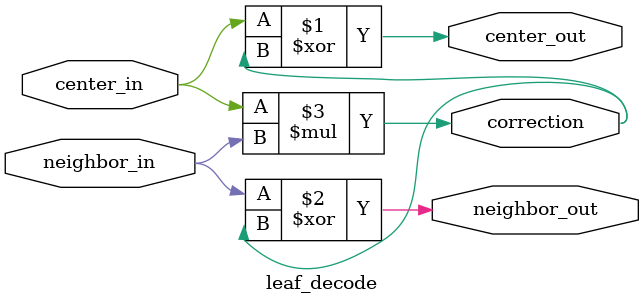
<source format=sv>
module leaf_decode #(
    NUM_CORR_BITS=1
)
(
    input center_in,
    input neighbor_in,

    output[NUM_CORR_BITS-1:0] correction,
    output center_out,
    output neighbor_out
);
    genvar i;
    generate
        for (i = 0; i < NUM_CORR_BITS; i++) begin
            assign correction[i] = center_in * neighbor_in;
        end
    endgenerate
    
    // Clear the ancillas if a correction will be applied
    assign center_out = center_in ^ correction;
    assign neighbor_out = neighbor_in ^ correction;
endmodule
</source>
